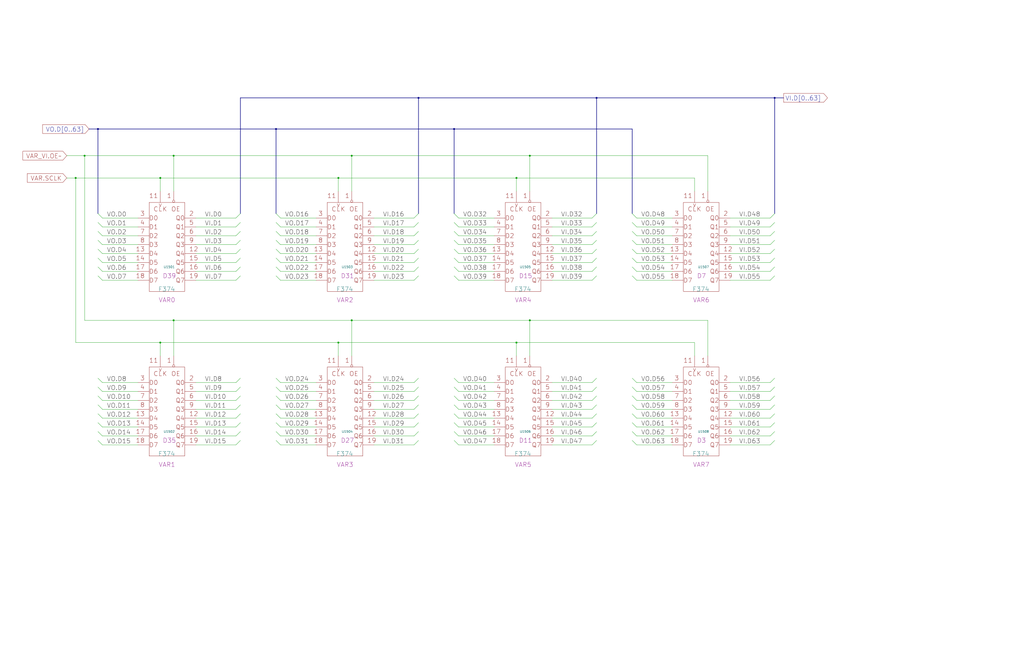
<source format=kicad_sch>
(kicad_sch (version 20210621) (generator eeschema)
  (paper "User" 584.2 378.46)
  (title_block (title "VAL ASSEMBLY REGISTER") (date "20-MAR-90") (rev "1.0") (comment 1 "FIU") (comment 2 "232-003065") (comment 3 "S400") (comment 4 "RELEASED"))
  (lib_symbols
    (symbol "r1000:F374" (pin_numbers hide) (pin_names (offset 1.016) hide)
      (property "Reference" "U" (at 2.54 5.08 0))
      (property "Value" "F374" (at -3.81 -7.62 0))
      (property "Location" "___" (at -1.27 0 0))
      (property "Name" "______" (at 1.27 -15.24 0))
      (symbol "F374_1_1"
        (rectangle (start -8.89 41.91) (end 11.43 -8.89))
        (circle (center 5.08 42.545) (radius 0.635))
        (text "0" (at -5.08 33.02 0) (effects (font (size 2.54 2.54))))
        (text "0" (at 10.16 33.02 0) (effects (font (size 2.54 2.54))))
        (text "1" (at -15.24 0 0) (effects (font (size 2.54 2.54))))
        (text "1" (at -15.24 5.08 0) (effects (font (size 2.54 2.54))))
        (text "1" (at -15.24 10.16 0) (effects (font (size 2.54 2.54))))
        (text "1" (at -15.24 15.24 0) (effects (font (size 2.54 2.54))))
        (text "1" (at -7.62 45.72 0) (effects (font (size 2.54 2.54))))
        (text "1" (at -5.08 27.94 0) (effects (font (size 2.54 2.54))))
        (text "1" (at -5.08 45.72 0) (effects (font (size 2.54 2.54))))
        (text "1" (at 2.54 45.72 0) (effects (font (size 2.54 2.54))))
        (text "1" (at 10.16 27.94 0) (effects (font (size 2.54 2.54))))
        (text "1" (at 15.24 0 0) (effects (font (size 2.54 2.54))))
        (text "1" (at 15.24 5.08 0) (effects (font (size 2.54 2.54))))
        (text "1" (at 15.24 10.16 0) (effects (font (size 2.54 2.54))))
        (text "1" (at 15.24 15.24 0) (effects (font (size 2.54 2.54))))
        (text "2" (at -5.08 22.86 0) (effects (font (size 2.54 2.54))))
        (text "2" (at 10.16 22.86 0) (effects (font (size 2.54 2.54))))
        (text "2" (at 15.24 35.56 0) (effects (font (size 2.54 2.54))))
        (text "2" (at 17.78 15.24 0) (effects (font (size 2.54 2.54))))
        (text "3" (at -12.7 15.24 0) (effects (font (size 2.54 2.54))))
        (text "3" (at -12.7 35.56 0) (effects (font (size 2.54 2.54))))
        (text "3" (at -5.08 17.78 0) (effects (font (size 2.54 2.54))))
        (text "3" (at 10.16 17.78 0) (effects (font (size 2.54 2.54))))
        (text "4" (at -12.7 10.16 0) (effects (font (size 2.54 2.54))))
        (text "4" (at -12.7 30.48 0) (effects (font (size 2.54 2.54))))
        (text "4" (at -5.08 12.7 0) (effects (font (size 2.54 2.54))))
        (text "4" (at 10.16 12.7 0) (effects (font (size 2.54 2.54))))
        (text "5" (at -5.08 7.62 0) (effects (font (size 2.54 2.54))))
        (text "5" (at 10.16 7.62 0) (effects (font (size 2.54 2.54))))
        (text "5" (at 15.24 30.48 0) (effects (font (size 2.54 2.54))))
        (text "5" (at 17.78 10.16 0) (effects (font (size 2.54 2.54))))
        (text "6" (at -5.08 2.54 0) (effects (font (size 2.54 2.54))))
        (text "6" (at 10.16 2.54 0) (effects (font (size 2.54 2.54))))
        (text "6" (at 15.24 25.4 0) (effects (font (size 2.54 2.54))))
        (text "6" (at 17.78 5.08 0) (effects (font (size 2.54 2.54))))
        (text "7" (at -12.7 5.08 0) (effects (font (size 2.54 2.54))))
        (text "7" (at -12.7 25.4 0) (effects (font (size 2.54 2.54))))
        (text "7" (at -5.08 -2.54 0) (effects (font (size 2.54 2.54))))
        (text "7" (at 10.16 -2.54 0) (effects (font (size 2.54 2.54))))
        (text "8" (at -12.7 0 0) (effects (font (size 2.54 2.54))))
        (text "8" (at -12.7 20.32 0) (effects (font (size 2.54 2.54))))
        (text "9" (at 15.24 20.32 0) (effects (font (size 2.54 2.54))))
        (text "9" (at 17.78 0 0) (effects (font (size 2.54 2.54))))
        (text "C" (at -5.08 38.1 0) (effects (font (size 2.54 2.54))))
        (text "D" (at -7.62 -2.54 0) (effects (font (size 2.54 2.54))))
        (text "D" (at -7.62 2.54 0) (effects (font (size 2.54 2.54))))
        (text "D" (at -7.62 7.62 0) (effects (font (size 2.54 2.54))))
        (text "D" (at -7.62 12.7 0) (effects (font (size 2.54 2.54))))
        (text "D" (at -7.62 17.78 0) (effects (font (size 2.54 2.54))))
        (text "D" (at -7.62 22.86 0) (effects (font (size 2.54 2.54))))
        (text "D" (at -7.62 27.94 0) (effects (font (size 2.54 2.54))))
        (text "D" (at -7.62 33.02 0) (effects (font (size 2.54 2.54))))
        (text "E" (at 7.62 38.1 0) (effects (font (size 2.54 2.54))))
        (text "K" (at 0 38.1 0) (effects (font (size 2.54 2.54))))
        (text "L" (at -2.54 38.1 0) (effects (font (size 2.54 2.54))))
        (text "O" (at 5.08 38.1 0) (effects (font (size 2.54 2.54))))
        (text "Q" (at 7.62 -2.54 0) (effects (font (size 2.54 2.54))))
        (text "Q" (at 7.62 2.54 0) (effects (font (size 2.54 2.54))))
        (text "Q" (at 7.62 7.62 0) (effects (font (size 2.54 2.54))))
        (text "Q" (at 7.62 12.7 0) (effects (font (size 2.54 2.54))))
        (text "Q" (at 7.62 17.78 0) (effects (font (size 2.54 2.54))))
        (text "Q" (at 7.62 22.86 0) (effects (font (size 2.54 2.54))))
        (text "Q" (at 7.62 27.94 0) (effects (font (size 2.54 2.54))))
        (text "Q" (at 7.62 33.02 0) (effects (font (size 2.54 2.54))))
        (text "v" (at -2.54 40.64 0) (effects (font (size 2.54 2.54))))
        (pin input line (at 5.08 48.26 270) (length 5.08) (name "OE_") (number "1"))
        (pin input line (at -2.54 48.26 270) (length 6.35) (name "CLK") (number "11"))
        (pin tri_state line (at 17.78 12.7 180) (length 6.35) (name "Q4") (number "12"))
        (pin input line (at -15.24 12.7 0) (length 6.35) (name "D4") (number "13"))
        (pin input line (at -15.24 7.62 0) (length 6.35) (name "D5") (number "14"))
        (pin tri_state line (at 17.78 7.62 180) (length 6.35) (name "Q5") (number "15"))
        (pin tri_state line (at 17.78 2.54 180) (length 6.35) (name "Q6") (number "16"))
        (pin input line (at -15.24 2.54 0) (length 6.35) (name "D6") (number "17"))
        (pin input line (at -15.24 -2.54 0) (length 6.35) (name "D7") (number "18"))
        (pin tri_state line (at 17.78 -2.54 180) (length 6.35) (name "Q7") (number "19"))
        (pin tri_state line (at 17.78 33.02 180) (length 6.35) (name "Q0") (number "2"))
        (pin input line (at -15.24 33.02 0) (length 6.35) (name "D0") (number "3"))
        (pin input line (at -15.24 27.94 0) (length 6.35) (name "D1") (number "4"))
        (pin tri_state line (at 17.78 27.94 180) (length 6.35) (name "Q1") (number "5"))
        (pin tri_state line (at 17.78 22.86 180) (length 6.35) (name "Q2") (number "6"))
        (pin input line (at -15.24 22.86 0) (length 6.35) (name "D2") (number "7"))
        (pin input line (at -15.24 17.78 0) (length 6.35) (name "D3") (number "8"))
        (pin tri_state line (at 17.78 17.78 180) (length 6.35) (name "Q3") (number "9"))
      )
    )
  )
  (junction (at 43.18 101.6))
  (junction (at 48.26 88.9))
  (junction (at 91.44 101.6))
  (junction (at 91.44 195.58))
  (junction (at 99.06 88.9))
  (junction (at 99.06 182.88))
  (junction (at 193.04 101.6))
  (junction (at 193.04 195.58))
  (junction (at 200.66 88.9))
  (junction (at 200.66 182.88))
  (junction (at 294.64 101.6))
  (junction (at 294.64 195.58))
  (junction (at 302.26 88.9))
  (junction (at 302.26 182.88))
  (junction (at 55.88 73.66))
  (junction (at 157.48 73.66))
  (junction (at 238.76 55.88))
  (junction (at 259.08 73.66))
  (junction (at 340.36 55.88))
  (junction (at 441.96 55.88))
  (bus_entry (at 55.88 121.92) (size 2.54 2.54))
  (bus_entry (at 55.88 127) (size 2.54 2.54))
  (bus_entry (at 55.88 132.08) (size 2.54 2.54))
  (bus_entry (at 55.88 137.16) (size 2.54 2.54))
  (bus_entry (at 55.88 142.24) (size 2.54 2.54))
  (bus_entry (at 55.88 147.32) (size 2.54 2.54))
  (bus_entry (at 55.88 152.4) (size 2.54 2.54))
  (bus_entry (at 55.88 157.48) (size 2.54 2.54))
  (bus_entry (at 55.88 215.9) (size 2.54 2.54))
  (bus_entry (at 55.88 220.98) (size 2.54 2.54))
  (bus_entry (at 55.88 226.06) (size 2.54 2.54))
  (bus_entry (at 55.88 231.14) (size 2.54 2.54))
  (bus_entry (at 55.88 236.22) (size 2.54 2.54))
  (bus_entry (at 55.88 241.3) (size 2.54 2.54))
  (bus_entry (at 55.88 246.38) (size 2.54 2.54))
  (bus_entry (at 55.88 251.46) (size 2.54 2.54))
  (bus_entry (at 137.16 121.92) (size -2.54 2.54))
  (bus_entry (at 137.16 127) (size -2.54 2.54))
  (bus_entry (at 137.16 132.08) (size -2.54 2.54))
  (bus_entry (at 137.16 137.16) (size -2.54 2.54))
  (bus_entry (at 137.16 142.24) (size -2.54 2.54))
  (bus_entry (at 137.16 147.32) (size -2.54 2.54))
  (bus_entry (at 137.16 152.4) (size -2.54 2.54))
  (bus_entry (at 137.16 157.48) (size -2.54 2.54))
  (bus_entry (at 137.16 215.9) (size -2.54 2.54))
  (bus_entry (at 137.16 220.98) (size -2.54 2.54))
  (bus_entry (at 137.16 226.06) (size -2.54 2.54))
  (bus_entry (at 137.16 231.14) (size -2.54 2.54))
  (bus_entry (at 137.16 236.22) (size -2.54 2.54))
  (bus_entry (at 137.16 241.3) (size -2.54 2.54))
  (bus_entry (at 137.16 246.38) (size -2.54 2.54))
  (bus_entry (at 137.16 251.46) (size -2.54 2.54))
  (bus_entry (at 157.48 121.92) (size 2.54 2.54))
  (bus_entry (at 157.48 127) (size 2.54 2.54))
  (bus_entry (at 157.48 132.08) (size 2.54 2.54))
  (bus_entry (at 157.48 137.16) (size 2.54 2.54))
  (bus_entry (at 157.48 142.24) (size 2.54 2.54))
  (bus_entry (at 157.48 147.32) (size 2.54 2.54))
  (bus_entry (at 157.48 152.4) (size 2.54 2.54))
  (bus_entry (at 157.48 157.48) (size 2.54 2.54))
  (bus_entry (at 157.48 215.9) (size 2.54 2.54))
  (bus_entry (at 157.48 220.98) (size 2.54 2.54))
  (bus_entry (at 157.48 226.06) (size 2.54 2.54))
  (bus_entry (at 157.48 231.14) (size 2.54 2.54))
  (bus_entry (at 157.48 236.22) (size 2.54 2.54))
  (bus_entry (at 157.48 241.3) (size 2.54 2.54))
  (bus_entry (at 157.48 246.38) (size 2.54 2.54))
  (bus_entry (at 157.48 251.46) (size 2.54 2.54))
  (bus_entry (at 238.76 121.92) (size -2.54 2.54))
  (bus_entry (at 238.76 127) (size -2.54 2.54))
  (bus_entry (at 238.76 132.08) (size -2.54 2.54))
  (bus_entry (at 238.76 137.16) (size -2.54 2.54))
  (bus_entry (at 238.76 142.24) (size -2.54 2.54))
  (bus_entry (at 238.76 147.32) (size -2.54 2.54))
  (bus_entry (at 238.76 152.4) (size -2.54 2.54))
  (bus_entry (at 238.76 157.48) (size -2.54 2.54))
  (bus_entry (at 238.76 215.9) (size -2.54 2.54))
  (bus_entry (at 238.76 220.98) (size -2.54 2.54))
  (bus_entry (at 238.76 226.06) (size -2.54 2.54))
  (bus_entry (at 238.76 231.14) (size -2.54 2.54))
  (bus_entry (at 238.76 236.22) (size -2.54 2.54))
  (bus_entry (at 238.76 241.3) (size -2.54 2.54))
  (bus_entry (at 238.76 246.38) (size -2.54 2.54))
  (bus_entry (at 238.76 251.46) (size -2.54 2.54))
  (bus_entry (at 259.08 121.92) (size 2.54 2.54))
  (bus_entry (at 259.08 127) (size 2.54 2.54))
  (bus_entry (at 259.08 132.08) (size 2.54 2.54))
  (bus_entry (at 259.08 137.16) (size 2.54 2.54))
  (bus_entry (at 259.08 142.24) (size 2.54 2.54))
  (bus_entry (at 259.08 147.32) (size 2.54 2.54))
  (bus_entry (at 259.08 152.4) (size 2.54 2.54))
  (bus_entry (at 259.08 157.48) (size 2.54 2.54))
  (bus_entry (at 259.08 215.9) (size 2.54 2.54))
  (bus_entry (at 259.08 220.98) (size 2.54 2.54))
  (bus_entry (at 259.08 226.06) (size 2.54 2.54))
  (bus_entry (at 259.08 231.14) (size 2.54 2.54))
  (bus_entry (at 259.08 236.22) (size 2.54 2.54))
  (bus_entry (at 259.08 241.3) (size 2.54 2.54))
  (bus_entry (at 259.08 246.38) (size 2.54 2.54))
  (bus_entry (at 259.08 251.46) (size 2.54 2.54))
  (bus_entry (at 340.36 121.92) (size -2.54 2.54))
  (bus_entry (at 340.36 127) (size -2.54 2.54))
  (bus_entry (at 340.36 132.08) (size -2.54 2.54))
  (bus_entry (at 340.36 137.16) (size -2.54 2.54))
  (bus_entry (at 340.36 142.24) (size -2.54 2.54))
  (bus_entry (at 340.36 147.32) (size -2.54 2.54))
  (bus_entry (at 340.36 152.4) (size -2.54 2.54))
  (bus_entry (at 340.36 157.48) (size -2.54 2.54))
  (bus_entry (at 340.36 215.9) (size -2.54 2.54))
  (bus_entry (at 340.36 220.98) (size -2.54 2.54))
  (bus_entry (at 340.36 226.06) (size -2.54 2.54))
  (bus_entry (at 340.36 231.14) (size -2.54 2.54))
  (bus_entry (at 340.36 236.22) (size -2.54 2.54))
  (bus_entry (at 340.36 241.3) (size -2.54 2.54))
  (bus_entry (at 340.36 246.38) (size -2.54 2.54))
  (bus_entry (at 340.36 251.46) (size -2.54 2.54))
  (bus_entry (at 360.68 121.92) (size 2.54 2.54))
  (bus_entry (at 360.68 127) (size 2.54 2.54))
  (bus_entry (at 360.68 132.08) (size 2.54 2.54))
  (bus_entry (at 360.68 137.16) (size 2.54 2.54))
  (bus_entry (at 360.68 142.24) (size 2.54 2.54))
  (bus_entry (at 360.68 147.32) (size 2.54 2.54))
  (bus_entry (at 360.68 152.4) (size 2.54 2.54))
  (bus_entry (at 360.68 157.48) (size 2.54 2.54))
  (bus_entry (at 360.68 215.9) (size 2.54 2.54))
  (bus_entry (at 360.68 220.98) (size 2.54 2.54))
  (bus_entry (at 360.68 226.06) (size 2.54 2.54))
  (bus_entry (at 360.68 231.14) (size 2.54 2.54))
  (bus_entry (at 360.68 236.22) (size 2.54 2.54))
  (bus_entry (at 360.68 241.3) (size 2.54 2.54))
  (bus_entry (at 360.68 246.38) (size 2.54 2.54))
  (bus_entry (at 360.68 251.46) (size 2.54 2.54))
  (bus_entry (at 441.96 121.92) (size -2.54 2.54))
  (bus_entry (at 441.96 127) (size -2.54 2.54))
  (bus_entry (at 441.96 132.08) (size -2.54 2.54))
  (bus_entry (at 441.96 137.16) (size -2.54 2.54))
  (bus_entry (at 441.96 142.24) (size -2.54 2.54))
  (bus_entry (at 441.96 147.32) (size -2.54 2.54))
  (bus_entry (at 441.96 152.4) (size -2.54 2.54))
  (bus_entry (at 441.96 157.48) (size -2.54 2.54))
  (bus_entry (at 441.96 215.9) (size -2.54 2.54))
  (bus_entry (at 441.96 220.98) (size -2.54 2.54))
  (bus_entry (at 441.96 226.06) (size -2.54 2.54))
  (bus_entry (at 441.96 231.14) (size -2.54 2.54))
  (bus_entry (at 441.96 236.22) (size -2.54 2.54))
  (bus_entry (at 441.96 241.3) (size -2.54 2.54))
  (bus_entry (at 441.96 246.38) (size -2.54 2.54))
  (bus_entry (at 441.96 251.46) (size -2.54 2.54))
  (wire (pts (xy 38.1 88.9) (xy 48.26 88.9)))
  (wire (pts (xy 38.1 101.6) (xy 43.18 101.6)))
  (wire (pts (xy 43.18 101.6) (xy 91.44 101.6)))
  (wire (pts (xy 43.18 195.58) (xy 43.18 101.6)))
  (wire (pts (xy 48.26 88.9) (xy 99.06 88.9)))
  (wire (pts (xy 48.26 182.88) (xy 48.26 88.9)))
  (wire (pts (xy 58.42 124.46) (xy 78.74 124.46)))
  (wire (pts (xy 58.42 129.54) (xy 78.74 129.54)))
  (wire (pts (xy 58.42 134.62) (xy 78.74 134.62)))
  (wire (pts (xy 58.42 139.7) (xy 78.74 139.7)))
  (wire (pts (xy 58.42 144.78) (xy 78.74 144.78)))
  (wire (pts (xy 58.42 149.86) (xy 78.74 149.86)))
  (wire (pts (xy 58.42 154.94) (xy 78.74 154.94)))
  (wire (pts (xy 58.42 160.02) (xy 78.74 160.02)))
  (wire (pts (xy 58.42 218.44) (xy 78.74 218.44)))
  (wire (pts (xy 58.42 223.52) (xy 78.74 223.52)))
  (wire (pts (xy 58.42 228.6) (xy 78.74 228.6)))
  (wire (pts (xy 58.42 233.68) (xy 78.74 233.68)))
  (wire (pts (xy 58.42 238.76) (xy 78.74 238.76)))
  (wire (pts (xy 58.42 243.84) (xy 78.74 243.84)))
  (wire (pts (xy 58.42 248.92) (xy 78.74 248.92)))
  (wire (pts (xy 58.42 254) (xy 78.74 254)))
  (wire (pts (xy 91.44 101.6) (xy 91.44 109.22)))
  (wire (pts (xy 91.44 101.6) (xy 193.04 101.6)))
  (wire (pts (xy 91.44 195.58) (xy 43.18 195.58)))
  (wire (pts (xy 91.44 195.58) (xy 91.44 203.2)))
  (wire (pts (xy 91.44 195.58) (xy 193.04 195.58)))
  (wire (pts (xy 99.06 88.9) (xy 99.06 109.22)))
  (wire (pts (xy 99.06 88.9) (xy 200.66 88.9)))
  (wire (pts (xy 99.06 182.88) (xy 48.26 182.88)))
  (wire (pts (xy 99.06 182.88) (xy 99.06 203.2)))
  (wire (pts (xy 99.06 182.88) (xy 200.66 182.88)))
  (wire (pts (xy 111.76 124.46) (xy 134.62 124.46)))
  (wire (pts (xy 111.76 129.54) (xy 134.62 129.54)))
  (wire (pts (xy 111.76 134.62) (xy 134.62 134.62)))
  (wire (pts (xy 111.76 139.7) (xy 134.62 139.7)))
  (wire (pts (xy 111.76 144.78) (xy 134.62 144.78)))
  (wire (pts (xy 111.76 149.86) (xy 134.62 149.86)))
  (wire (pts (xy 111.76 154.94) (xy 134.62 154.94)))
  (wire (pts (xy 111.76 160.02) (xy 134.62 160.02)))
  (wire (pts (xy 111.76 218.44) (xy 134.62 218.44)))
  (wire (pts (xy 111.76 223.52) (xy 134.62 223.52)))
  (wire (pts (xy 111.76 228.6) (xy 134.62 228.6)))
  (wire (pts (xy 111.76 233.68) (xy 134.62 233.68)))
  (wire (pts (xy 111.76 238.76) (xy 134.62 238.76)))
  (wire (pts (xy 111.76 243.84) (xy 134.62 243.84)))
  (wire (pts (xy 111.76 248.92) (xy 134.62 248.92)))
  (wire (pts (xy 111.76 254) (xy 134.62 254)))
  (wire (pts (xy 160.02 124.46) (xy 180.34 124.46)))
  (wire (pts (xy 160.02 129.54) (xy 180.34 129.54)))
  (wire (pts (xy 160.02 134.62) (xy 180.34 134.62)))
  (wire (pts (xy 160.02 139.7) (xy 180.34 139.7)))
  (wire (pts (xy 160.02 144.78) (xy 180.34 144.78)))
  (wire (pts (xy 160.02 149.86) (xy 180.34 149.86)))
  (wire (pts (xy 160.02 154.94) (xy 180.34 154.94)))
  (wire (pts (xy 160.02 160.02) (xy 180.34 160.02)))
  (wire (pts (xy 160.02 218.44) (xy 180.34 218.44)))
  (wire (pts (xy 160.02 223.52) (xy 180.34 223.52)))
  (wire (pts (xy 160.02 228.6) (xy 180.34 228.6)))
  (wire (pts (xy 160.02 233.68) (xy 180.34 233.68)))
  (wire (pts (xy 160.02 238.76) (xy 180.34 238.76)))
  (wire (pts (xy 160.02 243.84) (xy 180.34 243.84)))
  (wire (pts (xy 160.02 248.92) (xy 180.34 248.92)))
  (wire (pts (xy 160.02 254) (xy 180.34 254)))
  (wire (pts (xy 193.04 101.6) (xy 193.04 109.22)))
  (wire (pts (xy 193.04 101.6) (xy 294.64 101.6)))
  (wire (pts (xy 193.04 195.58) (xy 193.04 203.2)))
  (wire (pts (xy 193.04 195.58) (xy 294.64 195.58)))
  (wire (pts (xy 200.66 88.9) (xy 200.66 109.22)))
  (wire (pts (xy 200.66 88.9) (xy 302.26 88.9)))
  (wire (pts (xy 200.66 182.88) (xy 200.66 203.2)))
  (wire (pts (xy 200.66 182.88) (xy 302.26 182.88)))
  (wire (pts (xy 213.36 124.46) (xy 236.22 124.46)))
  (wire (pts (xy 213.36 129.54) (xy 236.22 129.54)))
  (wire (pts (xy 213.36 134.62) (xy 236.22 134.62)))
  (wire (pts (xy 213.36 139.7) (xy 236.22 139.7)))
  (wire (pts (xy 213.36 144.78) (xy 236.22 144.78)))
  (wire (pts (xy 213.36 149.86) (xy 236.22 149.86)))
  (wire (pts (xy 213.36 154.94) (xy 236.22 154.94)))
  (wire (pts (xy 213.36 160.02) (xy 236.22 160.02)))
  (wire (pts (xy 213.36 218.44) (xy 236.22 218.44)))
  (wire (pts (xy 213.36 223.52) (xy 236.22 223.52)))
  (wire (pts (xy 213.36 228.6) (xy 236.22 228.6)))
  (wire (pts (xy 213.36 233.68) (xy 236.22 233.68)))
  (wire (pts (xy 213.36 238.76) (xy 236.22 238.76)))
  (wire (pts (xy 213.36 243.84) (xy 236.22 243.84)))
  (wire (pts (xy 213.36 248.92) (xy 236.22 248.92)))
  (wire (pts (xy 213.36 254) (xy 236.22 254)))
  (wire (pts (xy 261.62 124.46) (xy 281.94 124.46)))
  (wire (pts (xy 261.62 129.54) (xy 281.94 129.54)))
  (wire (pts (xy 261.62 134.62) (xy 281.94 134.62)))
  (wire (pts (xy 261.62 139.7) (xy 281.94 139.7)))
  (wire (pts (xy 261.62 144.78) (xy 281.94 144.78)))
  (wire (pts (xy 261.62 149.86) (xy 281.94 149.86)))
  (wire (pts (xy 261.62 154.94) (xy 281.94 154.94)))
  (wire (pts (xy 261.62 160.02) (xy 281.94 160.02)))
  (wire (pts (xy 261.62 218.44) (xy 281.94 218.44)))
  (wire (pts (xy 261.62 223.52) (xy 281.94 223.52)))
  (wire (pts (xy 261.62 228.6) (xy 281.94 228.6)))
  (wire (pts (xy 261.62 233.68) (xy 281.94 233.68)))
  (wire (pts (xy 261.62 238.76) (xy 281.94 238.76)))
  (wire (pts (xy 261.62 243.84) (xy 281.94 243.84)))
  (wire (pts (xy 261.62 248.92) (xy 281.94 248.92)))
  (wire (pts (xy 261.62 254) (xy 281.94 254)))
  (wire (pts (xy 294.64 101.6) (xy 294.64 109.22)))
  (wire (pts (xy 294.64 101.6) (xy 396.24 101.6)))
  (wire (pts (xy 294.64 195.58) (xy 294.64 203.2)))
  (wire (pts (xy 294.64 195.58) (xy 396.24 195.58)))
  (wire (pts (xy 302.26 88.9) (xy 302.26 109.22)))
  (wire (pts (xy 302.26 88.9) (xy 403.86 88.9)))
  (wire (pts (xy 302.26 182.88) (xy 302.26 203.2)))
  (wire (pts (xy 302.26 182.88) (xy 403.86 182.88)))
  (wire (pts (xy 314.96 124.46) (xy 337.82 124.46)))
  (wire (pts (xy 314.96 129.54) (xy 337.82 129.54)))
  (wire (pts (xy 314.96 134.62) (xy 337.82 134.62)))
  (wire (pts (xy 314.96 139.7) (xy 337.82 139.7)))
  (wire (pts (xy 314.96 144.78) (xy 337.82 144.78)))
  (wire (pts (xy 314.96 149.86) (xy 337.82 149.86)))
  (wire (pts (xy 314.96 154.94) (xy 337.82 154.94)))
  (wire (pts (xy 314.96 160.02) (xy 337.82 160.02)))
  (wire (pts (xy 314.96 218.44) (xy 337.82 218.44)))
  (wire (pts (xy 314.96 223.52) (xy 337.82 223.52)))
  (wire (pts (xy 314.96 228.6) (xy 337.82 228.6)))
  (wire (pts (xy 314.96 233.68) (xy 337.82 233.68)))
  (wire (pts (xy 314.96 238.76) (xy 337.82 238.76)))
  (wire (pts (xy 314.96 243.84) (xy 337.82 243.84)))
  (wire (pts (xy 314.96 248.92) (xy 337.82 248.92)))
  (wire (pts (xy 314.96 254) (xy 337.82 254)))
  (wire (pts (xy 363.22 124.46) (xy 383.54 124.46)))
  (wire (pts (xy 363.22 129.54) (xy 383.54 129.54)))
  (wire (pts (xy 363.22 134.62) (xy 383.54 134.62)))
  (wire (pts (xy 363.22 139.7) (xy 383.54 139.7)))
  (wire (pts (xy 363.22 144.78) (xy 383.54 144.78)))
  (wire (pts (xy 363.22 149.86) (xy 383.54 149.86)))
  (wire (pts (xy 363.22 154.94) (xy 383.54 154.94)))
  (wire (pts (xy 363.22 160.02) (xy 383.54 160.02)))
  (wire (pts (xy 363.22 218.44) (xy 383.54 218.44)))
  (wire (pts (xy 363.22 223.52) (xy 383.54 223.52)))
  (wire (pts (xy 363.22 228.6) (xy 383.54 228.6)))
  (wire (pts (xy 363.22 233.68) (xy 383.54 233.68)))
  (wire (pts (xy 363.22 238.76) (xy 383.54 238.76)))
  (wire (pts (xy 363.22 243.84) (xy 383.54 243.84)))
  (wire (pts (xy 363.22 248.92) (xy 383.54 248.92)))
  (wire (pts (xy 363.22 254) (xy 383.54 254)))
  (wire (pts (xy 396.24 101.6) (xy 396.24 109.22)))
  (wire (pts (xy 396.24 195.58) (xy 396.24 203.2)))
  (wire (pts (xy 403.86 88.9) (xy 403.86 109.22)))
  (wire (pts (xy 403.86 182.88) (xy 403.86 203.2)))
  (wire (pts (xy 416.56 124.46) (xy 439.42 124.46)))
  (wire (pts (xy 416.56 129.54) (xy 439.42 129.54)))
  (wire (pts (xy 416.56 134.62) (xy 439.42 134.62)))
  (wire (pts (xy 416.56 139.7) (xy 439.42 139.7)))
  (wire (pts (xy 416.56 144.78) (xy 439.42 144.78)))
  (wire (pts (xy 416.56 149.86) (xy 439.42 149.86)))
  (wire (pts (xy 416.56 154.94) (xy 439.42 154.94)))
  (wire (pts (xy 416.56 160.02) (xy 439.42 160.02)))
  (wire (pts (xy 416.56 218.44) (xy 439.42 218.44)))
  (wire (pts (xy 416.56 223.52) (xy 439.42 223.52)))
  (wire (pts (xy 416.56 228.6) (xy 439.42 228.6)))
  (wire (pts (xy 416.56 233.68) (xy 439.42 233.68)))
  (wire (pts (xy 416.56 238.76) (xy 439.42 238.76)))
  (wire (pts (xy 416.56 243.84) (xy 439.42 243.84)))
  (wire (pts (xy 416.56 248.92) (xy 439.42 248.92)))
  (wire (pts (xy 416.56 254) (xy 439.42 254)))
  (bus (pts (xy 50.8 73.66) (xy 55.88 73.66)))
  (bus (pts (xy 55.88 73.66) (xy 55.88 264.16)))
  (bus (pts (xy 55.88 73.66) (xy 157.48 73.66)))
  (bus (pts (xy 137.16 55.88) (xy 137.16 264.16)))
  (bus (pts (xy 137.16 55.88) (xy 238.76 55.88)))
  (bus (pts (xy 157.48 73.66) (xy 157.48 264.16)))
  (bus (pts (xy 157.48 73.66) (xy 259.08 73.66)))
  (bus (pts (xy 238.76 55.88) (xy 238.76 264.16)))
  (bus (pts (xy 238.76 55.88) (xy 340.36 55.88)))
  (bus (pts (xy 259.08 73.66) (xy 259.08 264.16)))
  (bus (pts (xy 259.08 73.66) (xy 360.68 73.66)))
  (bus (pts (xy 340.36 55.88) (xy 340.36 264.16)))
  (bus (pts (xy 340.36 55.88) (xy 441.96 55.88)))
  (bus (pts (xy 360.68 73.66) (xy 360.68 264.16)))
  (bus (pts (xy 441.96 55.88) (xy 441.96 264.16)))
  (bus (pts (xy 441.96 55.88) (xy 447.04 55.88)))
  (label "VO.D0" (at 60.96 124.46 0) (effects (font (size 2.54 2.54))))
  (label "VO.D1" (at 60.96 129.54 0) (effects (font (size 2.54 2.54))))
  (label "VO.D2" (at 60.96 134.62 0) (effects (font (size 2.54 2.54))))
  (label "VO.D3" (at 60.96 139.7 0) (effects (font (size 2.54 2.54))))
  (label "VO.D4" (at 60.96 144.78 0) (effects (font (size 2.54 2.54))))
  (label "VO.D5" (at 60.96 149.86 0) (effects (font (size 2.54 2.54))))
  (label "VO.D6" (at 60.96 154.94 0) (effects (font (size 2.54 2.54))))
  (label "VO.D7" (at 60.96 160.02 0) (effects (font (size 2.54 2.54))))
  (label "VO.D8" (at 60.96 218.44 0) (effects (font (size 2.54 2.54))))
  (label "VO.D9" (at 60.96 223.52 0) (effects (font (size 2.54 2.54))))
  (label "VO.D10" (at 60.96 228.6 0) (effects (font (size 2.54 2.54))))
  (label "VO.D11" (at 60.96 233.68 0) (effects (font (size 2.54 2.54))))
  (label "VO.D12" (at 60.96 238.76 0) (effects (font (size 2.54 2.54))))
  (label "VO.D13" (at 60.96 243.84 0) (effects (font (size 2.54 2.54))))
  (label "VO.D14" (at 60.96 248.92 0) (effects (font (size 2.54 2.54))))
  (label "VO.D15" (at 60.96 254 0) (effects (font (size 2.54 2.54))))
  (label "VI.D0" (at 116.84 124.46 0) (effects (font (size 2.54 2.54))))
  (label "VI.D1" (at 116.84 129.54 0) (effects (font (size 2.54 2.54))))
  (label "VI.D2" (at 116.84 134.62 0) (effects (font (size 2.54 2.54))))
  (label "VI.D3" (at 116.84 139.7 0) (effects (font (size 2.54 2.54))))
  (label "VI.D4" (at 116.84 144.78 0) (effects (font (size 2.54 2.54))))
  (label "VI.D5" (at 116.84 149.86 0) (effects (font (size 2.54 2.54))))
  (label "VI.D6" (at 116.84 154.94 0) (effects (font (size 2.54 2.54))))
  (label "VI.D7" (at 116.84 160.02 0) (effects (font (size 2.54 2.54))))
  (label "VI.D8" (at 116.84 218.44 0) (effects (font (size 2.54 2.54))))
  (label "VI.D9" (at 116.84 223.52 0) (effects (font (size 2.54 2.54))))
  (label "VI.D10" (at 116.84 228.6 0) (effects (font (size 2.54 2.54))))
  (label "VI.D11" (at 116.84 233.68 0) (effects (font (size 2.54 2.54))))
  (label "VI.D12" (at 116.84 238.76 0) (effects (font (size 2.54 2.54))))
  (label "VI.D13" (at 116.84 243.84 0) (effects (font (size 2.54 2.54))))
  (label "VI.D14" (at 116.84 248.92 0) (effects (font (size 2.54 2.54))))
  (label "VI.D15" (at 116.84 254 0) (effects (font (size 2.54 2.54))))
  (label "VO.D16" (at 162.56 124.46 0) (effects (font (size 2.54 2.54))))
  (label "VO.D17" (at 162.56 129.54 0) (effects (font (size 2.54 2.54))))
  (label "VO.D18" (at 162.56 134.62 0) (effects (font (size 2.54 2.54))))
  (label "VO.D19" (at 162.56 139.7 0) (effects (font (size 2.54 2.54))))
  (label "VO.D20" (at 162.56 144.78 0) (effects (font (size 2.54 2.54))))
  (label "VO.D21" (at 162.56 149.86 0) (effects (font (size 2.54 2.54))))
  (label "VO.D22" (at 162.56 154.94 0) (effects (font (size 2.54 2.54))))
  (label "VO.D23" (at 162.56 160.02 0) (effects (font (size 2.54 2.54))))
  (label "VO.D24" (at 162.56 218.44 0) (effects (font (size 2.54 2.54))))
  (label "VO.D25" (at 162.56 223.52 0) (effects (font (size 2.54 2.54))))
  (label "VO.D26" (at 162.56 228.6 0) (effects (font (size 2.54 2.54))))
  (label "VO.D27" (at 162.56 233.68 0) (effects (font (size 2.54 2.54))))
  (label "VO.D28" (at 162.56 238.76 0) (effects (font (size 2.54 2.54))))
  (label "VO.D29" (at 162.56 243.84 0) (effects (font (size 2.54 2.54))))
  (label "VO.D30" (at 162.56 248.92 0) (effects (font (size 2.54 2.54))))
  (label "VO.D31" (at 162.56 254 0) (effects (font (size 2.54 2.54))))
  (label "VI.D16" (at 218.44 124.46 0) (effects (font (size 2.54 2.54))))
  (label "VI.D17" (at 218.44 129.54 0) (effects (font (size 2.54 2.54))))
  (label "VI.D18" (at 218.44 134.62 0) (effects (font (size 2.54 2.54))))
  (label "VI.D19" (at 218.44 139.7 0) (effects (font (size 2.54 2.54))))
  (label "VI.D20" (at 218.44 144.78 0) (effects (font (size 2.54 2.54))))
  (label "VI.D21" (at 218.44 149.86 0) (effects (font (size 2.54 2.54))))
  (label "VI.D22" (at 218.44 154.94 0) (effects (font (size 2.54 2.54))))
  (label "VI.D23" (at 218.44 160.02 0) (effects (font (size 2.54 2.54))))
  (label "VI.D24" (at 218.44 218.44 0) (effects (font (size 2.54 2.54))))
  (label "VI.D25" (at 218.44 223.52 0) (effects (font (size 2.54 2.54))))
  (label "VI.D26" (at 218.44 228.6 0) (effects (font (size 2.54 2.54))))
  (label "VI.D27" (at 218.44 233.68 0) (effects (font (size 2.54 2.54))))
  (label "VI.D28" (at 218.44 238.76 0) (effects (font (size 2.54 2.54))))
  (label "VI.D29" (at 218.44 243.84 0) (effects (font (size 2.54 2.54))))
  (label "VI.D30" (at 218.44 248.92 0) (effects (font (size 2.54 2.54))))
  (label "VI.D31" (at 218.44 254 0) (effects (font (size 2.54 2.54))))
  (label "VO.D32" (at 264.16 124.46 0) (effects (font (size 2.54 2.54))))
  (label "VO.D33" (at 264.16 129.54 0) (effects (font (size 2.54 2.54))))
  (label "VO.D34" (at 264.16 134.62 0) (effects (font (size 2.54 2.54))))
  (label "VO.D35" (at 264.16 139.7 0) (effects (font (size 2.54 2.54))))
  (label "VO.D36" (at 264.16 144.78 0) (effects (font (size 2.54 2.54))))
  (label "VO.D37" (at 264.16 149.86 0) (effects (font (size 2.54 2.54))))
  (label "VO.D38" (at 264.16 154.94 0) (effects (font (size 2.54 2.54))))
  (label "VO.D39" (at 264.16 160.02 0) (effects (font (size 2.54 2.54))))
  (label "VO.D40" (at 264.16 218.44 0) (effects (font (size 2.54 2.54))))
  (label "VO.D41" (at 264.16 223.52 0) (effects (font (size 2.54 2.54))))
  (label "VO.D42" (at 264.16 228.6 0) (effects (font (size 2.54 2.54))))
  (label "VO.D43" (at 264.16 233.68 0) (effects (font (size 2.54 2.54))))
  (label "VO.D44" (at 264.16 238.76 0) (effects (font (size 2.54 2.54))))
  (label "VO.D45" (at 264.16 243.84 0) (effects (font (size 2.54 2.54))))
  (label "VO.D46" (at 264.16 248.92 0) (effects (font (size 2.54 2.54))))
  (label "VO.D47" (at 264.16 254 0) (effects (font (size 2.54 2.54))))
  (label "VI.D32" (at 320.04 124.46 0) (effects (font (size 2.54 2.54))))
  (label "VI.D33" (at 320.04 129.54 0) (effects (font (size 2.54 2.54))))
  (label "VI.D34" (at 320.04 134.62 0) (effects (font (size 2.54 2.54))))
  (label "VI.D35" (at 320.04 139.7 0) (effects (font (size 2.54 2.54))))
  (label "VI.D36" (at 320.04 144.78 0) (effects (font (size 2.54 2.54))))
  (label "VI.D37" (at 320.04 149.86 0) (effects (font (size 2.54 2.54))))
  (label "VI.D38" (at 320.04 154.94 0) (effects (font (size 2.54 2.54))))
  (label "VI.D39" (at 320.04 160.02 0) (effects (font (size 2.54 2.54))))
  (label "VI.D40" (at 320.04 218.44 0) (effects (font (size 2.54 2.54))))
  (label "VI.D41" (at 320.04 223.52 0) (effects (font (size 2.54 2.54))))
  (label "VI.D42" (at 320.04 228.6 0) (effects (font (size 2.54 2.54))))
  (label "VI.D43" (at 320.04 233.68 0) (effects (font (size 2.54 2.54))))
  (label "VI.D44" (at 320.04 238.76 0) (effects (font (size 2.54 2.54))))
  (label "VI.D45" (at 320.04 243.84 0) (effects (font (size 2.54 2.54))))
  (label "VI.D46" (at 320.04 248.92 0) (effects (font (size 2.54 2.54))))
  (label "VI.D47" (at 320.04 254 0) (effects (font (size 2.54 2.54))))
  (label "VO.D48" (at 365.76 124.46 0) (effects (font (size 2.54 2.54))))
  (label "VO.D49" (at 365.76 129.54 0) (effects (font (size 2.54 2.54))))
  (label "VO.D50" (at 365.76 134.62 0) (effects (font (size 2.54 2.54))))
  (label "VO.D51" (at 365.76 139.7 0) (effects (font (size 2.54 2.54))))
  (label "VO.D52" (at 365.76 144.78 0) (effects (font (size 2.54 2.54))))
  (label "VO.D53" (at 365.76 149.86 0) (effects (font (size 2.54 2.54))))
  (label "VO.D54" (at 365.76 154.94 0) (effects (font (size 2.54 2.54))))
  (label "VO.D55" (at 365.76 160.02 0) (effects (font (size 2.54 2.54))))
  (label "VO.D56" (at 365.76 218.44 0) (effects (font (size 2.54 2.54))))
  (label "VO.D57" (at 365.76 223.52 0) (effects (font (size 2.54 2.54))))
  (label "VO.D58" (at 365.76 228.6 0) (effects (font (size 2.54 2.54))))
  (label "VO.D59" (at 365.76 233.68 0) (effects (font (size 2.54 2.54))))
  (label "VO.D60" (at 365.76 238.76 0) (effects (font (size 2.54 2.54))))
  (label "VO.D61" (at 365.76 243.84 0) (effects (font (size 2.54 2.54))))
  (label "VO.D62" (at 365.76 248.92 0) (effects (font (size 2.54 2.54))))
  (label "VO.D63" (at 365.76 254 0) (effects (font (size 2.54 2.54))))
  (label "VI.D48" (at 421.64 124.46 0) (effects (font (size 2.54 2.54))))
  (label "VI.D49" (at 421.64 129.54 0) (effects (font (size 2.54 2.54))))
  (label "VI.D50" (at 421.64 134.62 0) (effects (font (size 2.54 2.54))))
  (label "VI.D51" (at 421.64 139.7 0) (effects (font (size 2.54 2.54))))
  (label "VI.D52" (at 421.64 144.78 0) (effects (font (size 2.54 2.54))))
  (label "VI.D53" (at 421.64 149.86 0) (effects (font (size 2.54 2.54))))
  (label "VI.D54" (at 421.64 154.94 0) (effects (font (size 2.54 2.54))))
  (label "VI.D55" (at 421.64 160.02 0) (effects (font (size 2.54 2.54))))
  (label "VI.D56" (at 421.64 218.44 0) (effects (font (size 2.54 2.54))))
  (label "VI.D57" (at 421.64 223.52 0) (effects (font (size 2.54 2.54))))
  (label "VI.D58" (at 421.64 228.6 0) (effects (font (size 2.54 2.54))))
  (label "VI.D59" (at 421.64 233.68 0) (effects (font (size 2.54 2.54))))
  (label "VI.D60" (at 421.64 238.76 0) (effects (font (size 2.54 2.54))))
  (label "VI.D61" (at 421.64 243.84 0) (effects (font (size 2.54 2.54))))
  (label "VI.D62" (at 421.64 248.92 0) (effects (font (size 2.54 2.54))))
  (label "VI.D63" (at 421.64 254 0) (effects (font (size 2.54 2.54))))
  (global_label "VAR_VI.OE~" (shape input) (at 38.1 88.9 180) (effects (font (size 2.54 2.54))) (property "Intersheet References" "${INTERSHEET_REFS}" (at 13.2655 88.7413 0) (effects (font (size 2.54 2.54)) (justify right))))
  (global_label "VAR.SCLK" (shape input) (at 38.1 101.6 180) (effects (font (size 2.54 2.54))) (property "Intersheet References" "${INTERSHEET_REFS}" (at 15.615 101.4413 0) (effects (font (size 2.54 2.54)) (justify right))))
  (global_label "VO.D[0..63]" (shape input) (at 50.8 73.66 180) (effects (font (size 2.54 2.54))) (property "Intersheet References" "${INTERSHEET_REFS}" (at 24.514 73.5013 0) (effects (font (size 2.54 2.54)) (justify right))))
  (global_label "VI.D[0..63]" (shape output) (at 447.04 55.88 0) (effects (font (size 2.54 2.54))) (property "Intersheet References" "${INTERSHEET_REFS}" (at 471.8745 55.7213 0) (effects (font (size 2.54 2.54)) (justify left))))
  (symbol (lib_id "r1000:F374") (at 93.98 157.48 0) (unit 1)
    (property "Reference" "U1501" (at 96.52 152.4 0))
    (property "Value" "F374" (at 90.17 165.1 0) (effects (font (size 2.54 2.54)) (justify left)))
    (property "Location" "D39" (at 92.71 157.48 0) (effects (font (size 2.54 2.54)) (justify left)))
    (property "Name" "VAR0" (at 95.25 172.72 0) (effects (font (size 2.54 2.54)) (justify bottom)))
  )
  (symbol (lib_id "r1000:F374") (at 93.98 251.46 0) (unit 1)
    (property "Reference" "U1502" (at 96.52 246.38 0))
    (property "Value" "F374" (at 90.17 259.08 0) (effects (font (size 2.54 2.54)) (justify left)))
    (property "Location" "D35" (at 92.71 251.46 0) (effects (font (size 2.54 2.54)) (justify left)))
    (property "Name" "VAR1" (at 95.25 266.7 0) (effects (font (size 2.54 2.54)) (justify bottom)))
  )
  (symbol (lib_id "r1000:F374") (at 195.58 157.48 0) (unit 1)
    (property "Reference" "U1503" (at 198.12 152.4 0))
    (property "Value" "F374" (at 191.77 165.1 0) (effects (font (size 2.54 2.54)) (justify left)))
    (property "Location" "D31" (at 194.31 157.48 0) (effects (font (size 2.54 2.54)) (justify left)))
    (property "Name" "VAR2" (at 196.85 172.72 0) (effects (font (size 2.54 2.54)) (justify bottom)))
  )
  (symbol (lib_id "r1000:F374") (at 195.58 251.46 0) (unit 1)
    (property "Reference" "U1504" (at 198.12 246.38 0))
    (property "Value" "F374" (at 191.77 259.08 0) (effects (font (size 2.54 2.54)) (justify left)))
    (property "Location" "D27" (at 194.31 251.46 0) (effects (font (size 2.54 2.54)) (justify left)))
    (property "Name" "VAR3" (at 196.85 266.7 0) (effects (font (size 2.54 2.54)) (justify bottom)))
  )
  (symbol (lib_id "r1000:F374") (at 297.18 157.48 0) (unit 1)
    (property "Reference" "U1505" (at 299.72 152.4 0))
    (property "Value" "F374" (at 293.37 165.1 0) (effects (font (size 2.54 2.54)) (justify left)))
    (property "Location" "D15" (at 295.91 157.48 0) (effects (font (size 2.54 2.54)) (justify left)))
    (property "Name" "VAR4" (at 298.45 172.72 0) (effects (font (size 2.54 2.54)) (justify bottom)))
  )
  (symbol (lib_id "r1000:F374") (at 297.18 251.46 0) (unit 1)
    (property "Reference" "U1506" (at 299.72 246.38 0))
    (property "Value" "F374" (at 293.37 259.08 0) (effects (font (size 2.54 2.54)) (justify left)))
    (property "Location" "D11" (at 295.91 251.46 0) (effects (font (size 2.54 2.54)) (justify left)))
    (property "Name" "VAR5" (at 298.45 266.7 0) (effects (font (size 2.54 2.54)) (justify bottom)))
  )
  (symbol (lib_id "r1000:F374") (at 398.78 157.48 0) (unit 1)
    (property "Reference" "U1507" (at 401.32 152.4 0))
    (property "Value" "F374" (at 394.97 165.1 0) (effects (font (size 2.54 2.54)) (justify left)))
    (property "Location" "D7" (at 397.51 157.48 0) (effects (font (size 2.54 2.54)) (justify left)))
    (property "Name" "VAR6" (at 400.05 172.72 0) (effects (font (size 2.54 2.54)) (justify bottom)))
  )
  (symbol (lib_id "r1000:F374") (at 398.78 251.46 0) (unit 1)
    (property "Reference" "U1508" (at 401.32 246.38 0))
    (property "Value" "F374" (at 394.97 259.08 0) (effects (font (size 2.54 2.54)) (justify left)))
    (property "Location" "D3" (at 397.51 251.46 0) (effects (font (size 2.54 2.54)) (justify left)))
    (property "Name" "VAR7" (at 400.05 266.7 0) (effects (font (size 2.54 2.54)) (justify bottom)))
  )
)
</source>
